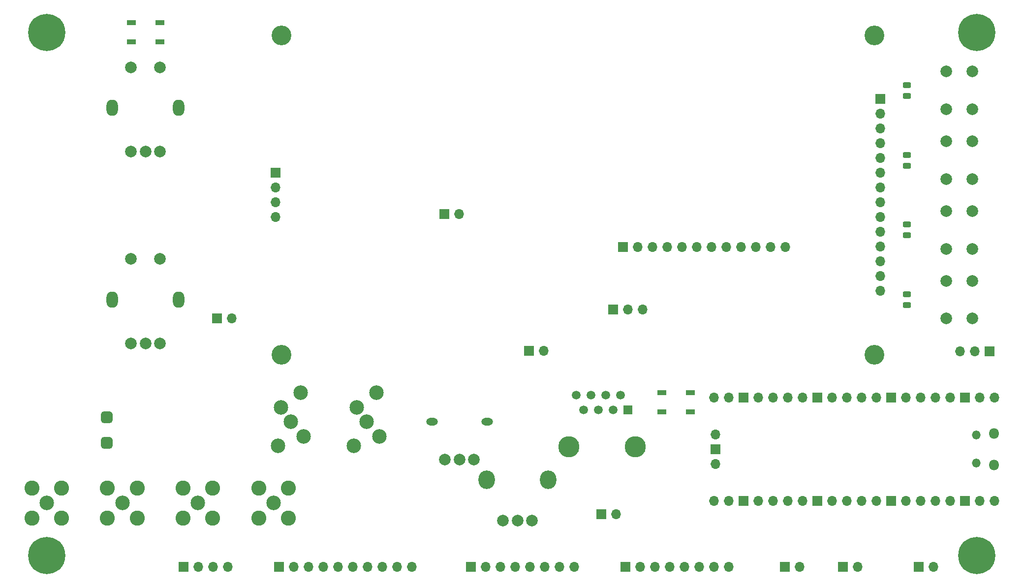
<source format=gbs>
%TF.GenerationSoftware,KiCad,Pcbnew,7.0.10-7.0.10~ubuntu22.04.1*%
%TF.CreationDate,2024-01-04T09:02:15-08:00*%
%TF.ProjectId,YamhillFrontPanel,59616d68-696c-46c4-9672-6f6e7450616e,A*%
%TF.SameCoordinates,Original*%
%TF.FileFunction,Soldermask,Bot*%
%TF.FilePolarity,Negative*%
%FSLAX46Y46*%
G04 Gerber Fmt 4.6, Leading zero omitted, Abs format (unit mm)*
G04 Created by KiCad (PCBNEW 7.0.10-7.0.10~ubuntu22.04.1) date 2024-01-04 09:02:15*
%MOMM*%
%LPD*%
G01*
G04 APERTURE LIST*
G04 Aperture macros list*
%AMRoundRect*
0 Rectangle with rounded corners*
0 $1 Rounding radius*
0 $2 $3 $4 $5 $6 $7 $8 $9 X,Y pos of 4 corners*
0 Add a 4 corners polygon primitive as box body*
4,1,4,$2,$3,$4,$5,$6,$7,$8,$9,$2,$3,0*
0 Add four circle primitives for the rounded corners*
1,1,$1+$1,$2,$3*
1,1,$1+$1,$4,$5*
1,1,$1+$1,$6,$7*
1,1,$1+$1,$8,$9*
0 Add four rect primitives between the rounded corners*
20,1,$1+$1,$2,$3,$4,$5,0*
20,1,$1+$1,$4,$5,$6,$7,0*
20,1,$1+$1,$6,$7,$8,$9,0*
20,1,$1+$1,$8,$9,$2,$3,0*%
G04 Aperture macros list end*
%ADD10O,2.000000X1.300000*%
%ADD11C,2.000000*%
%ADD12RoundRect,0.500000X0.500000X0.500000X-0.500000X0.500000X-0.500000X-0.500000X0.500000X-0.500000X0*%
%ADD13O,2.800000X3.200000*%
%ADD14C,2.500000*%
%ADD15C,2.600000*%
%ADD16R,1.700000X1.700000*%
%ADD17O,1.700000X1.700000*%
%ADD18C,0.800000*%
%ADD19C,6.400000*%
%ADD20O,1.800000X1.800000*%
%ADD21O,1.500000X1.500000*%
%ADD22R,1.500000X0.900000*%
%ADD23C,3.650000*%
%ADD24R,1.500000X1.500000*%
%ADD25C,1.500000*%
%ADD26RoundRect,0.243750X-0.456250X0.243750X-0.456250X-0.243750X0.456250X-0.243750X0.456250X0.243750X0*%
%ADD27C,3.400000*%
%ADD28O,2.000000X2.800000*%
G04 APERTURE END LIST*
D10*
%TO.C,R42*%
X130750000Y-122000000D03*
X121250000Y-122000000D03*
D11*
X123500000Y-128500000D03*
X126000000Y-128500000D03*
X128500000Y-128500000D03*
%TD*%
D12*
%TO.C,J20*%
X65300000Y-121200000D03*
X65300000Y-125600000D03*
%TD*%
D11*
%TO.C,S2*%
X214250000Y-73750000D03*
X214250000Y-80250000D03*
X209750000Y-73750000D03*
X209750000Y-80250000D03*
%TD*%
%TO.C,S4*%
X214250000Y-97750000D03*
X214250000Y-104250000D03*
X209750000Y-97750000D03*
X209750000Y-104250000D03*
%TD*%
%TO.C,S3*%
X214250000Y-85750000D03*
X214250000Y-92250000D03*
X209750000Y-85750000D03*
X209750000Y-92250000D03*
%TD*%
%TO.C,S1*%
X214250000Y-61750000D03*
X214250000Y-68250000D03*
X209750000Y-61750000D03*
X209750000Y-68250000D03*
%TD*%
D13*
%TO.C,R26*%
X130700000Y-132000000D03*
X141300000Y-132000000D03*
D11*
X138500000Y-139000000D03*
X136000000Y-139000000D03*
X133500000Y-139000000D03*
%TD*%
D14*
%TO.C,J2*%
X97000000Y-122000000D03*
X94800000Y-126100000D03*
X99200000Y-124500000D03*
X98700000Y-117000000D03*
X95300000Y-119500000D03*
%TD*%
%TO.C,J21*%
X110000000Y-122000000D03*
X107800000Y-126100000D03*
X112200000Y-124500000D03*
X111700000Y-117000000D03*
X108300000Y-119500000D03*
%TD*%
%TO.C,J8*%
X55000000Y-136000000D03*
D15*
X52450000Y-133450000D03*
X52450000Y-138550000D03*
X57550000Y-133450000D03*
X57550000Y-138550000D03*
%TD*%
D14*
%TO.C,J13*%
X81000000Y-136000000D03*
D15*
X78450000Y-133450000D03*
X78450000Y-138550000D03*
X83550000Y-133450000D03*
X83550000Y-138550000D03*
%TD*%
D14*
%TO.C,J11*%
X68000000Y-136000000D03*
D15*
X65450000Y-133450000D03*
X65450000Y-138550000D03*
X70550000Y-133450000D03*
X70550000Y-138550000D03*
%TD*%
D14*
%TO.C,J14*%
X94000000Y-136000000D03*
D15*
X91450000Y-133450000D03*
X91450000Y-138550000D03*
X96550000Y-133450000D03*
X96550000Y-138550000D03*
%TD*%
D16*
%TO.C,J10*%
X154600000Y-147000000D03*
D17*
X157140000Y-147000000D03*
X159680000Y-147000000D03*
X162220000Y-147000000D03*
X164760000Y-147000000D03*
X167300000Y-147000000D03*
X169840000Y-147000000D03*
X172380000Y-147000000D03*
%TD*%
D16*
%TO.C,J17*%
X150425000Y-137900000D03*
D17*
X152965000Y-137900000D03*
%TD*%
D16*
%TO.C,J15*%
X137960000Y-109800000D03*
D17*
X140500000Y-109800000D03*
%TD*%
D16*
%TO.C,J1*%
X182000000Y-147000000D03*
D17*
X184540000Y-147000000D03*
%TD*%
D18*
%TO.C,H3*%
X52600000Y-145000000D03*
X53302944Y-143302944D03*
X53302944Y-146697056D03*
X55000000Y-142600000D03*
D19*
X55000000Y-145000000D03*
D18*
X55000000Y-147400000D03*
X56697056Y-143302944D03*
X56697056Y-146697056D03*
X57400000Y-145000000D03*
%TD*%
D16*
%TO.C,J9*%
X78520000Y-147000000D03*
D17*
X81060000Y-147000000D03*
X83600000Y-147000000D03*
X86140000Y-147000000D03*
%TD*%
D20*
%TO.C,U3*%
X217970000Y-123985000D03*
D21*
X214940000Y-124285000D03*
X214940000Y-129135000D03*
D20*
X217970000Y-129435000D03*
D17*
X218100000Y-117820000D03*
X215560000Y-117820000D03*
D16*
X213020000Y-117820000D03*
D17*
X210480000Y-117820000D03*
X207940000Y-117820000D03*
X205400000Y-117820000D03*
X202860000Y-117820000D03*
D16*
X200320000Y-117820000D03*
D17*
X197780000Y-117820000D03*
X195240000Y-117820000D03*
X192700000Y-117820000D03*
X190160000Y-117820000D03*
D16*
X187620000Y-117820000D03*
D17*
X185080000Y-117820000D03*
X182540000Y-117820000D03*
X180000000Y-117820000D03*
X177460000Y-117820000D03*
D16*
X174920000Y-117820000D03*
D17*
X172380000Y-117820000D03*
X169840000Y-117820000D03*
X169840000Y-135600000D03*
X172380000Y-135600000D03*
D16*
X174920000Y-135600000D03*
D17*
X177460000Y-135600000D03*
X180000000Y-135600000D03*
X182540000Y-135600000D03*
X185080000Y-135600000D03*
D16*
X187620000Y-135600000D03*
D17*
X190160000Y-135600000D03*
X192700000Y-135600000D03*
X195240000Y-135600000D03*
X197780000Y-135600000D03*
D16*
X200320000Y-135600000D03*
D17*
X202860000Y-135600000D03*
X205400000Y-135600000D03*
X207940000Y-135600000D03*
X210480000Y-135600000D03*
D16*
X213020000Y-135600000D03*
D17*
X215560000Y-135600000D03*
X218100000Y-135600000D03*
X170070000Y-124170000D03*
D16*
X170070000Y-126710000D03*
D17*
X170070000Y-129250000D03*
%TD*%
D16*
%TO.C,J3*%
X192000000Y-147000000D03*
D17*
X194540000Y-147000000D03*
%TD*%
D16*
%TO.C,J4*%
X205000000Y-147000000D03*
D17*
X207540000Y-147000000D03*
%TD*%
D16*
%TO.C,J19*%
X123400000Y-86300000D03*
D17*
X125940000Y-86300000D03*
%TD*%
D18*
%TO.C,H4*%
X212600000Y-145000000D03*
X213302944Y-143302944D03*
X213302944Y-146697056D03*
X215000000Y-142600000D03*
D19*
X215000000Y-145000000D03*
D18*
X215000000Y-147400000D03*
X216697056Y-143302944D03*
X216697056Y-146697056D03*
X217400000Y-145000000D03*
%TD*%
D16*
%TO.C,J22*%
X152460000Y-102700000D03*
D17*
X155000000Y-102700000D03*
X157540000Y-102700000D03*
%TD*%
D18*
%TO.C,H1*%
X52600000Y-55000000D03*
X53302944Y-53302944D03*
X53302944Y-56697056D03*
X55000000Y-52600000D03*
D19*
X55000000Y-55000000D03*
D18*
X55000000Y-57400000D03*
X56697056Y-53302944D03*
X56697056Y-56697056D03*
X57400000Y-55000000D03*
%TD*%
D16*
%TO.C,J18*%
X84300000Y-104200000D03*
D17*
X86840000Y-104200000D03*
%TD*%
D16*
%TO.C,J12*%
X128000000Y-147000000D03*
D17*
X130540000Y-147000000D03*
X133080000Y-147000000D03*
X135620000Y-147000000D03*
X138160000Y-147000000D03*
X140700000Y-147000000D03*
X143240000Y-147000000D03*
X145780000Y-147000000D03*
%TD*%
D16*
%TO.C,J6*%
X95000000Y-147000000D03*
D17*
X97540000Y-147000000D03*
X100080000Y-147000000D03*
X102620000Y-147000000D03*
X105160000Y-147000000D03*
X107700000Y-147000000D03*
X110240000Y-147000000D03*
X112780000Y-147000000D03*
X115320000Y-147000000D03*
X117860000Y-147000000D03*
%TD*%
D18*
%TO.C,H2*%
X212600000Y-55000000D03*
X213302944Y-53302944D03*
X213302944Y-56697056D03*
X215000000Y-52600000D03*
D19*
X215000000Y-55000000D03*
D18*
X215000000Y-57400000D03*
X216697056Y-53302944D03*
X216697056Y-56697056D03*
X217400000Y-55000000D03*
%TD*%
D16*
%TO.C,J5*%
X217225000Y-109900000D03*
D17*
X214685000Y-109900000D03*
X212145000Y-109900000D03*
%TD*%
D16*
%TO.C,J7*%
X154160000Y-91900000D03*
D17*
X156700000Y-91900000D03*
X159240000Y-91900000D03*
X161780000Y-91900000D03*
X164320000Y-91900000D03*
X166860000Y-91900000D03*
X169400000Y-91900000D03*
X171940000Y-91900000D03*
X174480000Y-91900000D03*
X177020000Y-91900000D03*
X179560000Y-91900000D03*
X182100000Y-91900000D03*
%TD*%
D22*
%TO.C,D2*%
X165700000Y-117000000D03*
X165700000Y-120300000D03*
X160800000Y-120300000D03*
X160800000Y-117000000D03*
%TD*%
%TO.C,D3*%
X74450000Y-53350000D03*
X74450000Y-56650000D03*
X69550000Y-56650000D03*
X69550000Y-53350000D03*
%TD*%
D23*
%TO.C,J16*%
X156270000Y-126350000D03*
X144840000Y-126350000D03*
D24*
X155000000Y-120000000D03*
D25*
X153730000Y-117460000D03*
X152460000Y-120000000D03*
X151190000Y-117460000D03*
X149920000Y-120000000D03*
X148650000Y-117460000D03*
X147380000Y-120000000D03*
X146110000Y-117460000D03*
%TD*%
D26*
%TO.C,D5*%
X203000000Y-76062500D03*
X203000000Y-77937500D03*
%TD*%
%TO.C,D4*%
X203000000Y-64062500D03*
X203000000Y-65937500D03*
%TD*%
%TO.C,D7*%
X203000000Y-100062500D03*
X203000000Y-101937500D03*
%TD*%
%TO.C,D6*%
X203000000Y-88062500D03*
X203000000Y-89937500D03*
%TD*%
D27*
%TO.C,U1*%
X95400000Y-55550000D03*
X95400000Y-110450000D03*
X197400000Y-55550000D03*
X197400000Y-110450000D03*
D16*
X198400000Y-66490000D03*
D17*
X198400000Y-69030000D03*
X198400000Y-71570000D03*
X198400000Y-74110000D03*
X198400000Y-76650000D03*
X198400000Y-79190000D03*
X198400000Y-81730000D03*
X198400000Y-84270000D03*
X198400000Y-86810000D03*
X198400000Y-89350000D03*
X198400000Y-91890000D03*
X198400000Y-94430000D03*
X198400000Y-96970000D03*
X198400000Y-99510000D03*
D16*
X94400000Y-79190000D03*
D17*
X94400000Y-81730000D03*
X94400000Y-84270000D03*
X94400000Y-86810000D03*
%TD*%
D28*
%TO.C,SW1*%
X77700000Y-101000000D03*
X66300000Y-101000000D03*
D11*
X74500000Y-108500000D03*
X69500000Y-108500000D03*
X72000000Y-108500000D03*
X74500000Y-94000000D03*
X69500000Y-94000000D03*
%TD*%
D28*
%TO.C,SW2*%
X77700000Y-68000000D03*
X66300000Y-68000000D03*
D11*
X74500000Y-75500000D03*
X69500000Y-75500000D03*
X72000000Y-75500000D03*
X74500000Y-61000000D03*
X69500000Y-61000000D03*
%TD*%
M02*

</source>
